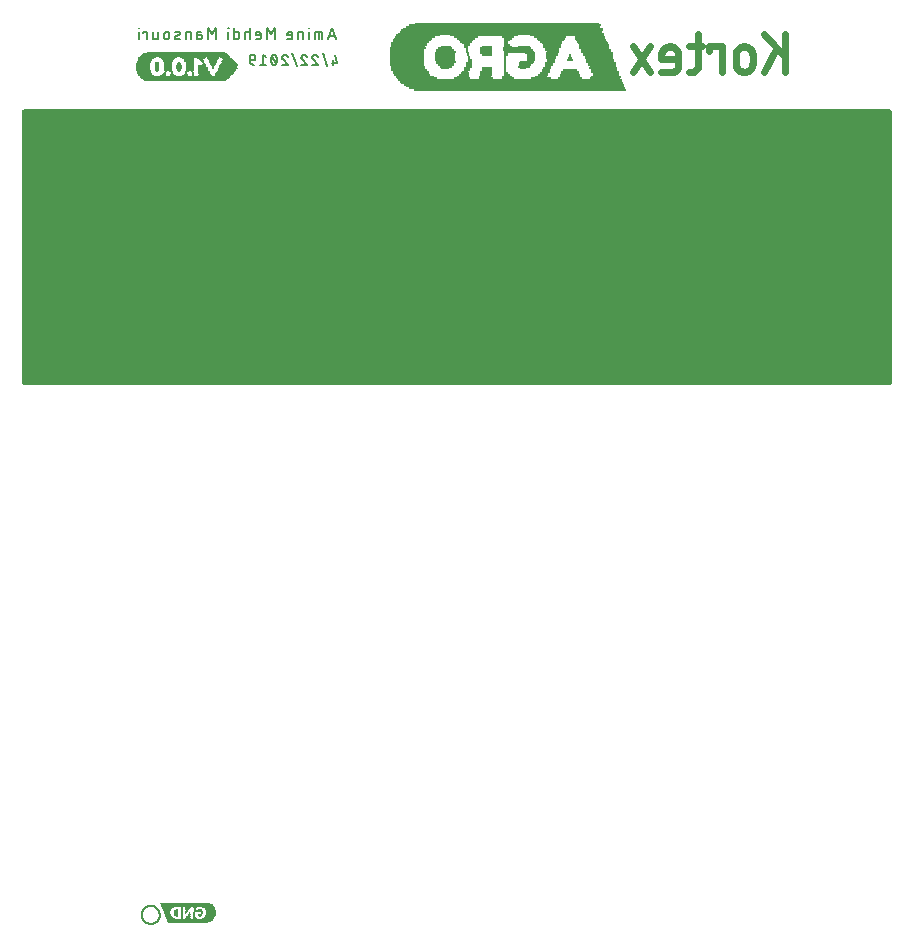
<source format=gbr>
G04 EAGLE Gerber RS-274X export*
G75*
%MOMM*%
%FSLAX34Y34*%
%LPD*%
%INSilkscreen Bottom*%
%IPPOS*%
%AMOC8*
5,1,8,0,0,1.08239X$1,22.5*%
G01*
%ADD10C,0.584200*%
%ADD11C,0.177800*%
%ADD12C,0.152400*%
%ADD13C,0.127000*%
%ADD14R,4.080000X0.040000*%
%ADD15R,4.200000X0.040000*%
%ADD16R,4.240000X0.040000*%
%ADD17R,4.320000X0.040000*%
%ADD18R,4.360000X0.040000*%
%ADD19R,4.400000X0.040000*%
%ADD20R,1.080000X0.040000*%
%ADD21R,3.080000X0.040000*%
%ADD22R,1.040000X0.040000*%
%ADD23R,0.320000X0.040000*%
%ADD24R,0.480000X0.040000*%
%ADD25R,0.160000X0.040000*%
%ADD26R,0.960000X0.040000*%
%ADD27R,0.200000X0.040000*%
%ADD28R,0.400000X0.040000*%
%ADD29R,0.120000X0.040000*%
%ADD30R,0.920000X0.040000*%
%ADD31R,0.360000X0.040000*%
%ADD32R,0.880000X0.040000*%
%ADD33R,0.840000X0.040000*%
%ADD34R,0.760000X0.040000*%
%ADD35R,0.280000X0.040000*%
%ADD36R,0.720000X0.040000*%
%ADD37R,0.240000X0.040000*%
%ADD38R,0.640000X0.040000*%
%ADD39R,0.600000X0.040000*%
%ADD40R,0.560000X0.040000*%
%ADD41R,0.520000X0.040000*%
%ADD42R,0.040000X0.040000*%
%ADD43R,0.080000X0.040000*%
%ADD44R,1.000000X0.040000*%
%ADD45R,0.440000X0.040000*%
%ADD46R,3.960000X0.040000*%
%ADD47R,3.880000X0.040000*%
%ADD48R,3.840000X0.040000*%
%ADD49R,3.800000X0.040000*%
%ADD50R,3.680000X0.040000*%
%ADD51R,3.600000X0.040000*%
%ADD52R,3.440000X0.040000*%
%ADD53R,6.660000X0.060000*%
%ADD54R,6.900000X0.060000*%
%ADD55R,7.140000X0.060000*%
%ADD56R,7.320000X0.060000*%
%ADD57R,7.440000X0.060000*%
%ADD58R,7.560000X0.060000*%
%ADD59R,7.680000X0.060000*%
%ADD60R,0.900000X0.060000*%
%ADD61R,1.080000X0.060000*%
%ADD62R,2.160000X0.060000*%
%ADD63R,1.560000X0.060000*%
%ADD64R,1.440000X0.060000*%
%ADD65R,0.840000X0.060000*%
%ADD66R,0.960000X0.060000*%
%ADD67R,0.600000X0.060000*%
%ADD68R,1.260000X0.060000*%
%ADD69R,1.380000X0.060000*%
%ADD70R,0.480000X0.060000*%
%ADD71R,0.420000X0.060000*%
%ADD72R,0.720000X0.060000*%
%ADD73R,0.300000X0.060000*%
%ADD74R,0.780000X0.060000*%
%ADD75R,1.020000X0.060000*%
%ADD76R,0.240000X0.060000*%
%ADD77R,1.140000X0.060000*%
%ADD78R,0.660000X0.060000*%
%ADD79R,1.200000X0.060000*%
%ADD80R,0.180000X0.060000*%
%ADD81R,0.540000X0.060000*%
%ADD82R,0.360000X0.060000*%
%ADD83R,1.320000X0.060000*%
%ADD84R,0.060000X0.060000*%
%ADD85R,1.500000X0.060000*%
%ADD86R,0.120000X0.060000*%
%ADD87R,1.620000X0.060000*%
%ADD88R,15.680000X0.140000*%
%ADD89R,16.240000X0.140000*%
%ADD90R,16.520000X0.140000*%
%ADD91R,16.940000X0.140000*%
%ADD92R,17.080000X0.140000*%
%ADD93R,17.220000X0.140000*%
%ADD94R,17.500000X0.140000*%
%ADD95R,6.300000X0.140000*%
%ADD96R,5.740000X0.140000*%
%ADD97R,3.780000X0.140000*%
%ADD98R,2.660000X0.140000*%
%ADD99R,2.800000X0.140000*%
%ADD100R,0.980000X0.140000*%
%ADD101R,2.100000X0.140000*%
%ADD102R,3.500000X0.140000*%
%ADD103R,2.380000X0.140000*%
%ADD104R,0.700000X0.140000*%
%ADD105R,1.540000X0.140000*%
%ADD106R,3.220000X0.140000*%
%ADD107R,2.520000X0.140000*%
%ADD108R,2.240000X0.140000*%
%ADD109R,0.560000X0.140000*%
%ADD110R,1.260000X0.140000*%
%ADD111R,1.960000X0.140000*%
%ADD112R,0.420000X0.140000*%
%ADD113R,3.080000X0.140000*%
%ADD114R,1.820000X0.140000*%
%ADD115R,0.840000X0.140000*%
%ADD116R,2.940000X0.140000*%
%ADD117R,0.280000X0.140000*%
%ADD118R,1.120000X0.140000*%
%ADD119R,1.680000X0.140000*%
%ADD120R,0.140000X0.140000*%
%ADD121R,1.400000X0.140000*%
%ADD122R,19.040000X0.140000*%
%ADD123R,18.900000X0.140000*%
%ADD124R,18.760000X0.140000*%
%ADD125R,18.620000X0.140000*%
%ADD126R,18.480000X0.140000*%
%ADD127R,18.340000X0.140000*%
%ADD128R,17.920000X0.140000*%

G36*
X734095Y497844D02*
X734095Y497844D01*
X734129Y497842D01*
X734318Y497864D01*
X734509Y497881D01*
X734542Y497890D01*
X734576Y497894D01*
X734759Y497949D01*
X734943Y497999D01*
X734974Y498014D01*
X735007Y498024D01*
X735178Y498111D01*
X735350Y498193D01*
X735378Y498213D01*
X735409Y498228D01*
X735561Y498344D01*
X735716Y498455D01*
X735740Y498480D01*
X735767Y498500D01*
X735896Y498641D01*
X736030Y498777D01*
X736049Y498806D01*
X736073Y498832D01*
X736175Y498993D01*
X736282Y499150D01*
X736296Y499182D01*
X736314Y499211D01*
X736387Y499388D01*
X736464Y499562D01*
X736472Y499596D01*
X736485Y499628D01*
X736525Y499815D01*
X736571Y500000D01*
X736573Y500034D01*
X736580Y500068D01*
X736599Y500380D01*
X736599Y728980D01*
X736596Y729015D01*
X736598Y729049D01*
X736576Y729238D01*
X736559Y729429D01*
X736550Y729462D01*
X736546Y729496D01*
X736491Y729679D01*
X736441Y729863D01*
X736426Y729894D01*
X736416Y729927D01*
X736329Y730098D01*
X736247Y730270D01*
X736227Y730298D01*
X736212Y730329D01*
X736096Y730481D01*
X735985Y730636D01*
X735960Y730660D01*
X735940Y730687D01*
X735800Y730816D01*
X735663Y730950D01*
X735634Y730969D01*
X735608Y730993D01*
X735447Y731095D01*
X735290Y731202D01*
X735258Y731216D01*
X735229Y731234D01*
X735052Y731307D01*
X734878Y731384D01*
X734844Y731392D01*
X734812Y731405D01*
X734625Y731445D01*
X734440Y731491D01*
X734406Y731493D01*
X734372Y731500D01*
X734060Y731519D01*
X2540Y731519D01*
X2506Y731516D01*
X2471Y731518D01*
X2282Y731496D01*
X2092Y731479D01*
X2058Y731470D01*
X2024Y731466D01*
X1841Y731411D01*
X1657Y731361D01*
X1626Y731346D01*
X1593Y731336D01*
X1422Y731249D01*
X1251Y731167D01*
X1222Y731147D01*
X1191Y731132D01*
X1039Y731016D01*
X884Y730905D01*
X860Y730880D01*
X833Y730860D01*
X704Y730720D01*
X570Y730583D01*
X551Y730554D01*
X528Y730528D01*
X425Y730367D01*
X318Y730210D01*
X304Y730178D01*
X286Y730149D01*
X213Y729972D01*
X136Y729798D01*
X128Y729764D01*
X115Y729732D01*
X75Y729545D01*
X29Y729360D01*
X27Y729326D01*
X20Y729292D01*
X1Y728980D01*
X1Y500380D01*
X4Y500346D01*
X2Y500311D01*
X24Y500122D01*
X41Y499932D01*
X50Y499898D01*
X54Y499864D01*
X109Y499681D01*
X159Y499497D01*
X174Y499466D01*
X184Y499433D01*
X271Y499262D01*
X353Y499091D01*
X373Y499062D01*
X388Y499031D01*
X504Y498879D01*
X615Y498724D01*
X640Y498700D01*
X660Y498673D01*
X801Y498544D01*
X937Y498410D01*
X966Y498391D01*
X992Y498368D01*
X1153Y498265D01*
X1310Y498158D01*
X1342Y498144D01*
X1371Y498126D01*
X1548Y498053D01*
X1722Y497976D01*
X1756Y497968D01*
X1788Y497955D01*
X1975Y497915D01*
X2160Y497869D01*
X2194Y497867D01*
X2228Y497860D01*
X2540Y497841D01*
X734060Y497841D01*
X734095Y497844D01*
G37*
D10*
X646049Y763143D02*
X646049Y795401D01*
X628128Y795401D02*
X646049Y775688D01*
X638881Y782856D02*
X628128Y763143D01*
X618728Y770311D02*
X618728Y777480D01*
X618727Y777480D02*
X618725Y777655D01*
X618718Y777829D01*
X618708Y778003D01*
X618693Y778177D01*
X618674Y778351D01*
X618651Y778524D01*
X618623Y778696D01*
X618591Y778868D01*
X618556Y779039D01*
X618515Y779208D01*
X618471Y779377D01*
X618423Y779545D01*
X618371Y779712D01*
X618314Y779877D01*
X618254Y780041D01*
X618190Y780203D01*
X618121Y780364D01*
X618049Y780523D01*
X617973Y780680D01*
X617893Y780835D01*
X617810Y780988D01*
X617723Y781139D01*
X617632Y781288D01*
X617537Y781435D01*
X617439Y781579D01*
X617337Y781721D01*
X617232Y781861D01*
X617124Y781998D01*
X617012Y782132D01*
X616898Y782263D01*
X616779Y782392D01*
X616658Y782518D01*
X616534Y782640D01*
X616407Y782760D01*
X616277Y782876D01*
X616144Y782990D01*
X616009Y783100D01*
X615870Y783206D01*
X615730Y783310D01*
X615587Y783409D01*
X615441Y783506D01*
X615293Y783599D01*
X615143Y783688D01*
X614991Y783773D01*
X614837Y783855D01*
X614680Y783933D01*
X614522Y784007D01*
X614362Y784077D01*
X614201Y784143D01*
X614038Y784206D01*
X613873Y784264D01*
X613708Y784318D01*
X613540Y784369D01*
X613372Y784415D01*
X613203Y784457D01*
X613032Y784495D01*
X612861Y784529D01*
X612689Y784558D01*
X612516Y784584D01*
X612343Y784605D01*
X612169Y784622D01*
X611995Y784635D01*
X611821Y784643D01*
X611646Y784647D01*
X611472Y784647D01*
X611297Y784643D01*
X611123Y784635D01*
X610949Y784622D01*
X610775Y784605D01*
X610602Y784584D01*
X610429Y784558D01*
X610257Y784529D01*
X610086Y784495D01*
X609915Y784457D01*
X609746Y784415D01*
X609578Y784369D01*
X609410Y784318D01*
X609245Y784264D01*
X609080Y784206D01*
X608917Y784143D01*
X608756Y784077D01*
X608596Y784007D01*
X608438Y783933D01*
X608281Y783855D01*
X608127Y783773D01*
X607975Y783688D01*
X607825Y783599D01*
X607677Y783506D01*
X607531Y783409D01*
X607388Y783310D01*
X607248Y783206D01*
X607109Y783100D01*
X606974Y782990D01*
X606841Y782876D01*
X606711Y782760D01*
X606584Y782640D01*
X606460Y782518D01*
X606339Y782392D01*
X606220Y782263D01*
X606106Y782132D01*
X605994Y781998D01*
X605886Y781861D01*
X605781Y781721D01*
X605679Y781579D01*
X605581Y781435D01*
X605486Y781288D01*
X605395Y781139D01*
X605308Y780988D01*
X605225Y780835D01*
X605145Y780680D01*
X605069Y780523D01*
X604997Y780364D01*
X604928Y780203D01*
X604864Y780041D01*
X604804Y779877D01*
X604747Y779712D01*
X604695Y779545D01*
X604647Y779377D01*
X604603Y779208D01*
X604562Y779039D01*
X604527Y778868D01*
X604495Y778696D01*
X604467Y778524D01*
X604444Y778351D01*
X604425Y778177D01*
X604410Y778003D01*
X604400Y777829D01*
X604393Y777655D01*
X604391Y777480D01*
X604391Y770311D01*
X604393Y770136D01*
X604400Y769962D01*
X604410Y769788D01*
X604425Y769614D01*
X604444Y769440D01*
X604467Y769267D01*
X604495Y769095D01*
X604527Y768923D01*
X604562Y768752D01*
X604603Y768583D01*
X604647Y768414D01*
X604695Y768246D01*
X604747Y768079D01*
X604804Y767914D01*
X604864Y767750D01*
X604928Y767588D01*
X604997Y767427D01*
X605069Y767268D01*
X605145Y767111D01*
X605225Y766956D01*
X605308Y766803D01*
X605395Y766652D01*
X605486Y766503D01*
X605581Y766356D01*
X605679Y766212D01*
X605781Y766070D01*
X605886Y765930D01*
X605994Y765793D01*
X606106Y765659D01*
X606220Y765528D01*
X606339Y765399D01*
X606460Y765273D01*
X606584Y765151D01*
X606711Y765031D01*
X606841Y764915D01*
X606974Y764801D01*
X607109Y764691D01*
X607248Y764585D01*
X607388Y764481D01*
X607531Y764382D01*
X607677Y764285D01*
X607825Y764192D01*
X607975Y764103D01*
X608127Y764018D01*
X608281Y763936D01*
X608438Y763858D01*
X608596Y763784D01*
X608756Y763714D01*
X608917Y763648D01*
X609080Y763585D01*
X609245Y763527D01*
X609410Y763473D01*
X609578Y763422D01*
X609746Y763376D01*
X609915Y763334D01*
X610086Y763296D01*
X610257Y763262D01*
X610429Y763233D01*
X610602Y763207D01*
X610775Y763186D01*
X610949Y763169D01*
X611123Y763156D01*
X611297Y763148D01*
X611472Y763144D01*
X611646Y763144D01*
X611821Y763148D01*
X611995Y763156D01*
X612169Y763169D01*
X612343Y763186D01*
X612516Y763207D01*
X612689Y763233D01*
X612861Y763262D01*
X613032Y763296D01*
X613203Y763334D01*
X613372Y763376D01*
X613540Y763422D01*
X613708Y763473D01*
X613873Y763527D01*
X614038Y763585D01*
X614201Y763648D01*
X614362Y763714D01*
X614522Y763784D01*
X614680Y763858D01*
X614837Y763936D01*
X614991Y764018D01*
X615143Y764103D01*
X615293Y764192D01*
X615441Y764285D01*
X615587Y764382D01*
X615730Y764481D01*
X615870Y764585D01*
X616009Y764691D01*
X616144Y764801D01*
X616277Y764915D01*
X616407Y765031D01*
X616534Y765151D01*
X616658Y765273D01*
X616779Y765399D01*
X616898Y765528D01*
X617012Y765659D01*
X617124Y765793D01*
X617232Y765930D01*
X617337Y766070D01*
X617439Y766212D01*
X617537Y766356D01*
X617632Y766503D01*
X617723Y766652D01*
X617810Y766803D01*
X617893Y766956D01*
X617973Y767111D01*
X618049Y767268D01*
X618121Y767427D01*
X618190Y767588D01*
X618254Y767750D01*
X618314Y767914D01*
X618371Y768079D01*
X618423Y768246D01*
X618471Y768414D01*
X618515Y768583D01*
X618556Y768752D01*
X618591Y768923D01*
X618623Y769095D01*
X618651Y769267D01*
X618674Y769440D01*
X618693Y769614D01*
X618708Y769788D01*
X618718Y769962D01*
X618725Y770136D01*
X618727Y770311D01*
X592920Y763143D02*
X592920Y784648D01*
X582167Y784648D01*
X582167Y781064D01*
X576091Y784648D02*
X565338Y784648D01*
X572507Y795401D02*
X572507Y768519D01*
X572506Y768519D02*
X572504Y768373D01*
X572498Y768228D01*
X572488Y768083D01*
X572474Y767938D01*
X572457Y767793D01*
X572435Y767649D01*
X572410Y767506D01*
X572380Y767363D01*
X572347Y767222D01*
X572310Y767081D01*
X572269Y766941D01*
X572225Y766802D01*
X572176Y766665D01*
X572124Y766529D01*
X572068Y766395D01*
X572009Y766262D01*
X571946Y766130D01*
X571880Y766001D01*
X571810Y765873D01*
X571736Y765747D01*
X571660Y765624D01*
X571580Y765502D01*
X571496Y765383D01*
X571410Y765266D01*
X571320Y765151D01*
X571227Y765039D01*
X571132Y764929D01*
X571033Y764822D01*
X570931Y764718D01*
X570827Y764616D01*
X570720Y764517D01*
X570610Y764422D01*
X570498Y764329D01*
X570383Y764239D01*
X570266Y764153D01*
X570147Y764069D01*
X570025Y763989D01*
X569902Y763913D01*
X569776Y763839D01*
X569648Y763769D01*
X569519Y763703D01*
X569387Y763640D01*
X569254Y763581D01*
X569120Y763525D01*
X568984Y763473D01*
X568847Y763424D01*
X568708Y763380D01*
X568568Y763339D01*
X568427Y763302D01*
X568286Y763269D01*
X568143Y763239D01*
X568000Y763214D01*
X567856Y763192D01*
X567711Y763175D01*
X567566Y763161D01*
X567421Y763151D01*
X567276Y763145D01*
X567130Y763143D01*
X565338Y763143D01*
X550486Y763143D02*
X541526Y763143D01*
X550486Y763143D02*
X550632Y763145D01*
X550777Y763151D01*
X550922Y763161D01*
X551067Y763175D01*
X551212Y763192D01*
X551356Y763214D01*
X551499Y763239D01*
X551642Y763269D01*
X551783Y763302D01*
X551924Y763339D01*
X552064Y763380D01*
X552203Y763424D01*
X552340Y763473D01*
X552476Y763525D01*
X552610Y763581D01*
X552743Y763640D01*
X552875Y763703D01*
X553004Y763769D01*
X553132Y763839D01*
X553258Y763913D01*
X553381Y763989D01*
X553503Y764069D01*
X553622Y764153D01*
X553739Y764239D01*
X553854Y764329D01*
X553966Y764422D01*
X554076Y764517D01*
X554183Y764616D01*
X554287Y764718D01*
X554389Y764822D01*
X554488Y764929D01*
X554583Y765039D01*
X554676Y765151D01*
X554766Y765266D01*
X554852Y765383D01*
X554936Y765502D01*
X555016Y765624D01*
X555092Y765747D01*
X555166Y765873D01*
X555236Y766001D01*
X555302Y766130D01*
X555365Y766262D01*
X555424Y766395D01*
X555480Y766529D01*
X555532Y766665D01*
X555581Y766802D01*
X555625Y766941D01*
X555666Y767081D01*
X555703Y767222D01*
X555736Y767363D01*
X555766Y767506D01*
X555791Y767649D01*
X555813Y767793D01*
X555830Y767938D01*
X555844Y768083D01*
X555854Y768228D01*
X555860Y768373D01*
X555862Y768519D01*
X555863Y768519D02*
X555863Y777480D01*
X555862Y777480D02*
X555860Y777655D01*
X555853Y777829D01*
X555843Y778003D01*
X555828Y778177D01*
X555809Y778351D01*
X555786Y778524D01*
X555758Y778696D01*
X555726Y778868D01*
X555691Y779039D01*
X555650Y779208D01*
X555606Y779377D01*
X555558Y779545D01*
X555506Y779712D01*
X555449Y779877D01*
X555389Y780041D01*
X555325Y780203D01*
X555256Y780364D01*
X555184Y780523D01*
X555108Y780680D01*
X555028Y780835D01*
X554945Y780988D01*
X554858Y781139D01*
X554767Y781288D01*
X554672Y781435D01*
X554574Y781579D01*
X554472Y781721D01*
X554367Y781861D01*
X554259Y781998D01*
X554147Y782132D01*
X554033Y782263D01*
X553914Y782392D01*
X553793Y782518D01*
X553669Y782640D01*
X553542Y782760D01*
X553412Y782876D01*
X553279Y782990D01*
X553144Y783100D01*
X553005Y783206D01*
X552865Y783310D01*
X552722Y783409D01*
X552576Y783506D01*
X552428Y783599D01*
X552278Y783688D01*
X552126Y783773D01*
X551972Y783855D01*
X551815Y783933D01*
X551657Y784007D01*
X551497Y784077D01*
X551336Y784143D01*
X551173Y784206D01*
X551008Y784264D01*
X550843Y784318D01*
X550675Y784369D01*
X550507Y784415D01*
X550338Y784457D01*
X550167Y784495D01*
X549996Y784529D01*
X549824Y784558D01*
X549651Y784584D01*
X549478Y784605D01*
X549304Y784622D01*
X549130Y784635D01*
X548956Y784643D01*
X548781Y784647D01*
X548607Y784647D01*
X548432Y784643D01*
X548258Y784635D01*
X548084Y784622D01*
X547910Y784605D01*
X547737Y784584D01*
X547564Y784558D01*
X547392Y784529D01*
X547221Y784495D01*
X547050Y784457D01*
X546881Y784415D01*
X546713Y784369D01*
X546545Y784318D01*
X546380Y784264D01*
X546215Y784206D01*
X546052Y784143D01*
X545891Y784077D01*
X545731Y784007D01*
X545573Y783933D01*
X545416Y783855D01*
X545262Y783773D01*
X545110Y783688D01*
X544960Y783599D01*
X544812Y783506D01*
X544666Y783409D01*
X544523Y783310D01*
X544383Y783206D01*
X544244Y783100D01*
X544109Y782990D01*
X543976Y782876D01*
X543846Y782760D01*
X543719Y782640D01*
X543595Y782518D01*
X543474Y782392D01*
X543355Y782263D01*
X543241Y782132D01*
X543129Y781998D01*
X543021Y781861D01*
X542916Y781721D01*
X542814Y781579D01*
X542716Y781435D01*
X542621Y781288D01*
X542530Y781139D01*
X542443Y780988D01*
X542360Y780835D01*
X542280Y780680D01*
X542204Y780523D01*
X542132Y780364D01*
X542063Y780203D01*
X541999Y780041D01*
X541939Y779877D01*
X541882Y779712D01*
X541830Y779545D01*
X541782Y779377D01*
X541738Y779208D01*
X541697Y779039D01*
X541662Y778868D01*
X541630Y778696D01*
X541602Y778524D01*
X541579Y778351D01*
X541560Y778177D01*
X541545Y778003D01*
X541535Y777829D01*
X541528Y777655D01*
X541526Y777480D01*
X541526Y773896D01*
X555863Y773896D01*
X532050Y763143D02*
X517713Y784648D01*
X532050Y784648D02*
X517713Y763143D01*
D11*
X265811Y790829D02*
X262594Y800481D01*
X259376Y790829D01*
X260181Y793242D02*
X265007Y793242D01*
X254495Y790829D02*
X254495Y797264D01*
X249669Y797264D01*
X249590Y797262D01*
X249511Y797256D01*
X249433Y797247D01*
X249355Y797233D01*
X249278Y797216D01*
X249202Y797195D01*
X249127Y797170D01*
X249053Y797142D01*
X248981Y797110D01*
X248911Y797074D01*
X248842Y797035D01*
X248775Y796993D01*
X248711Y796947D01*
X248648Y796899D01*
X248588Y796847D01*
X248531Y796793D01*
X248477Y796736D01*
X248425Y796676D01*
X248377Y796613D01*
X248331Y796549D01*
X248289Y796482D01*
X248250Y796413D01*
X248214Y796343D01*
X248182Y796271D01*
X248154Y796197D01*
X248129Y796122D01*
X248108Y796046D01*
X248091Y795969D01*
X248077Y795891D01*
X248068Y795813D01*
X248062Y795734D01*
X248060Y795655D01*
X248061Y795655D02*
X248061Y790829D01*
X251278Y790829D02*
X251278Y797264D01*
X243048Y797264D02*
X243048Y790829D01*
X243317Y799945D02*
X243317Y800481D01*
X242780Y800481D01*
X242780Y799945D01*
X243317Y799945D01*
X238335Y797264D02*
X238335Y790829D01*
X238335Y797264D02*
X235654Y797264D01*
X235575Y797262D01*
X235496Y797256D01*
X235418Y797247D01*
X235340Y797233D01*
X235263Y797216D01*
X235187Y797195D01*
X235112Y797170D01*
X235038Y797142D01*
X234966Y797110D01*
X234896Y797074D01*
X234827Y797035D01*
X234760Y796993D01*
X234696Y796947D01*
X234633Y796899D01*
X234573Y796847D01*
X234516Y796793D01*
X234462Y796736D01*
X234410Y796676D01*
X234362Y796613D01*
X234316Y796549D01*
X234274Y796482D01*
X234235Y796413D01*
X234199Y796343D01*
X234167Y796271D01*
X234139Y796197D01*
X234114Y796122D01*
X234093Y796046D01*
X234076Y795969D01*
X234062Y795891D01*
X234053Y795813D01*
X234047Y795734D01*
X234045Y795655D01*
X234046Y795655D02*
X234046Y790829D01*
X227468Y790829D02*
X224787Y790829D01*
X227468Y790829D02*
X227547Y790831D01*
X227626Y790837D01*
X227704Y790846D01*
X227782Y790860D01*
X227859Y790877D01*
X227935Y790898D01*
X228010Y790923D01*
X228084Y790951D01*
X228156Y790983D01*
X228226Y791019D01*
X228295Y791058D01*
X228362Y791100D01*
X228426Y791146D01*
X228489Y791194D01*
X228549Y791246D01*
X228606Y791300D01*
X228660Y791357D01*
X228712Y791417D01*
X228760Y791480D01*
X228806Y791544D01*
X228848Y791611D01*
X228887Y791680D01*
X228923Y791750D01*
X228955Y791822D01*
X228983Y791896D01*
X229008Y791971D01*
X229029Y792047D01*
X229046Y792124D01*
X229060Y792202D01*
X229069Y792280D01*
X229075Y792359D01*
X229077Y792438D01*
X229077Y795119D01*
X229075Y795210D01*
X229069Y795301D01*
X229060Y795391D01*
X229046Y795482D01*
X229029Y795571D01*
X229008Y795659D01*
X228983Y795747D01*
X228954Y795834D01*
X228922Y795919D01*
X228887Y796003D01*
X228847Y796085D01*
X228805Y796165D01*
X228759Y796244D01*
X228709Y796320D01*
X228657Y796394D01*
X228601Y796467D01*
X228542Y796536D01*
X228481Y796603D01*
X228416Y796668D01*
X228349Y796729D01*
X228280Y796788D01*
X228207Y796844D01*
X228133Y796896D01*
X228057Y796946D01*
X227978Y796992D01*
X227898Y797034D01*
X227816Y797074D01*
X227732Y797109D01*
X227647Y797141D01*
X227560Y797170D01*
X227472Y797195D01*
X227384Y797216D01*
X227295Y797233D01*
X227204Y797247D01*
X227114Y797256D01*
X227023Y797262D01*
X226932Y797264D01*
X226841Y797262D01*
X226750Y797256D01*
X226660Y797247D01*
X226569Y797233D01*
X226480Y797216D01*
X226392Y797195D01*
X226304Y797170D01*
X226217Y797141D01*
X226132Y797109D01*
X226048Y797074D01*
X225966Y797034D01*
X225886Y796992D01*
X225807Y796946D01*
X225731Y796896D01*
X225657Y796844D01*
X225584Y796788D01*
X225515Y796729D01*
X225448Y796668D01*
X225383Y796603D01*
X225322Y796536D01*
X225263Y796467D01*
X225207Y796394D01*
X225155Y796320D01*
X225105Y796244D01*
X225059Y796165D01*
X225017Y796085D01*
X224977Y796003D01*
X224942Y795919D01*
X224910Y795834D01*
X224881Y795747D01*
X224856Y795659D01*
X224835Y795571D01*
X224818Y795482D01*
X224804Y795391D01*
X224795Y795301D01*
X224789Y795210D01*
X224787Y795119D01*
X224787Y794046D01*
X229077Y794046D01*
X214033Y790829D02*
X214033Y800481D01*
X210816Y795119D01*
X207599Y800481D01*
X207599Y790829D01*
X200722Y790829D02*
X198041Y790829D01*
X200722Y790829D02*
X200801Y790831D01*
X200880Y790837D01*
X200958Y790846D01*
X201036Y790860D01*
X201113Y790877D01*
X201189Y790898D01*
X201264Y790923D01*
X201338Y790951D01*
X201410Y790983D01*
X201480Y791019D01*
X201549Y791058D01*
X201616Y791100D01*
X201680Y791146D01*
X201743Y791194D01*
X201803Y791246D01*
X201860Y791300D01*
X201914Y791357D01*
X201966Y791417D01*
X202014Y791480D01*
X202060Y791544D01*
X202102Y791611D01*
X202141Y791680D01*
X202177Y791750D01*
X202209Y791822D01*
X202237Y791896D01*
X202262Y791971D01*
X202283Y792047D01*
X202300Y792124D01*
X202314Y792202D01*
X202323Y792280D01*
X202329Y792359D01*
X202331Y792438D01*
X202331Y795119D01*
X202329Y795210D01*
X202323Y795301D01*
X202314Y795391D01*
X202300Y795482D01*
X202283Y795571D01*
X202262Y795659D01*
X202237Y795747D01*
X202208Y795834D01*
X202176Y795919D01*
X202141Y796003D01*
X202101Y796085D01*
X202059Y796165D01*
X202013Y796244D01*
X201963Y796320D01*
X201911Y796394D01*
X201855Y796467D01*
X201796Y796536D01*
X201735Y796603D01*
X201670Y796668D01*
X201603Y796729D01*
X201534Y796788D01*
X201461Y796844D01*
X201387Y796896D01*
X201311Y796946D01*
X201232Y796992D01*
X201152Y797034D01*
X201070Y797074D01*
X200986Y797109D01*
X200901Y797141D01*
X200814Y797170D01*
X200726Y797195D01*
X200638Y797216D01*
X200549Y797233D01*
X200458Y797247D01*
X200368Y797256D01*
X200277Y797262D01*
X200186Y797264D01*
X200095Y797262D01*
X200004Y797256D01*
X199914Y797247D01*
X199823Y797233D01*
X199734Y797216D01*
X199646Y797195D01*
X199558Y797170D01*
X199471Y797141D01*
X199386Y797109D01*
X199302Y797074D01*
X199220Y797034D01*
X199140Y796992D01*
X199061Y796946D01*
X198985Y796896D01*
X198911Y796844D01*
X198838Y796788D01*
X198769Y796729D01*
X198702Y796668D01*
X198637Y796603D01*
X198576Y796536D01*
X198517Y796467D01*
X198461Y796394D01*
X198409Y796320D01*
X198359Y796244D01*
X198313Y796165D01*
X198271Y796085D01*
X198231Y796003D01*
X198196Y795919D01*
X198164Y795834D01*
X198135Y795747D01*
X198110Y795659D01*
X198089Y795571D01*
X198072Y795482D01*
X198058Y795391D01*
X198049Y795301D01*
X198043Y795210D01*
X198041Y795119D01*
X198041Y794046D01*
X202331Y794046D01*
X193073Y790829D02*
X193073Y800481D01*
X193073Y797264D02*
X190392Y797264D01*
X190313Y797262D01*
X190234Y797256D01*
X190156Y797247D01*
X190078Y797233D01*
X190001Y797216D01*
X189925Y797195D01*
X189850Y797170D01*
X189776Y797142D01*
X189704Y797110D01*
X189634Y797074D01*
X189565Y797035D01*
X189498Y796993D01*
X189434Y796947D01*
X189371Y796899D01*
X189311Y796847D01*
X189254Y796793D01*
X189200Y796736D01*
X189148Y796676D01*
X189100Y796613D01*
X189054Y796549D01*
X189012Y796482D01*
X188973Y796413D01*
X188937Y796343D01*
X188905Y796271D01*
X188877Y796197D01*
X188852Y796122D01*
X188831Y796046D01*
X188814Y795969D01*
X188800Y795891D01*
X188791Y795813D01*
X188785Y795734D01*
X188783Y795655D01*
X188783Y790829D01*
X179603Y790829D02*
X179603Y800481D01*
X179603Y790829D02*
X182284Y790829D01*
X182363Y790831D01*
X182442Y790837D01*
X182520Y790846D01*
X182598Y790860D01*
X182675Y790877D01*
X182751Y790898D01*
X182826Y790923D01*
X182900Y790951D01*
X182972Y790983D01*
X183042Y791019D01*
X183111Y791058D01*
X183178Y791100D01*
X183242Y791146D01*
X183305Y791194D01*
X183365Y791246D01*
X183422Y791300D01*
X183476Y791357D01*
X183528Y791417D01*
X183576Y791480D01*
X183622Y791544D01*
X183664Y791611D01*
X183703Y791680D01*
X183739Y791750D01*
X183771Y791822D01*
X183799Y791896D01*
X183824Y791971D01*
X183845Y792047D01*
X183862Y792124D01*
X183876Y792202D01*
X183885Y792280D01*
X183891Y792359D01*
X183893Y792438D01*
X183893Y795655D01*
X183891Y795734D01*
X183885Y795813D01*
X183876Y795891D01*
X183862Y795969D01*
X183845Y796046D01*
X183824Y796122D01*
X183799Y796197D01*
X183771Y796271D01*
X183739Y796343D01*
X183703Y796413D01*
X183664Y796482D01*
X183622Y796549D01*
X183576Y796613D01*
X183528Y796676D01*
X183476Y796736D01*
X183422Y796793D01*
X183365Y796847D01*
X183305Y796899D01*
X183242Y796947D01*
X183178Y796993D01*
X183111Y797035D01*
X183042Y797074D01*
X182972Y797110D01*
X182900Y797142D01*
X182826Y797170D01*
X182751Y797195D01*
X182675Y797216D01*
X182598Y797233D01*
X182520Y797247D01*
X182442Y797256D01*
X182363Y797262D01*
X182284Y797264D01*
X179603Y797264D01*
X174812Y797264D02*
X174812Y790829D01*
X175080Y799945D02*
X175080Y800481D01*
X174544Y800481D01*
X174544Y799945D01*
X175080Y799945D01*
X164313Y800481D02*
X164313Y790829D01*
X161096Y795119D02*
X164313Y800481D01*
X161096Y795119D02*
X157878Y800481D01*
X157878Y790829D01*
X150812Y794583D02*
X148399Y794583D01*
X150812Y794583D02*
X150897Y794581D01*
X150983Y794575D01*
X151068Y794566D01*
X151152Y794552D01*
X151236Y794535D01*
X151318Y794513D01*
X151400Y794488D01*
X151481Y794460D01*
X151560Y794428D01*
X151637Y794392D01*
X151713Y794352D01*
X151787Y794310D01*
X151859Y794264D01*
X151929Y794214D01*
X151997Y794162D01*
X152062Y794107D01*
X152124Y794048D01*
X152184Y793987D01*
X152241Y793923D01*
X152295Y793857D01*
X152345Y793788D01*
X152393Y793718D01*
X152438Y793645D01*
X152479Y793570D01*
X152516Y793493D01*
X152550Y793414D01*
X152581Y793335D01*
X152607Y793253D01*
X152630Y793171D01*
X152650Y793088D01*
X152665Y793004D01*
X152677Y792919D01*
X152685Y792834D01*
X152689Y792749D01*
X152689Y792663D01*
X152685Y792578D01*
X152677Y792493D01*
X152665Y792408D01*
X152650Y792324D01*
X152630Y792241D01*
X152607Y792159D01*
X152581Y792077D01*
X152550Y791998D01*
X152516Y791919D01*
X152479Y791842D01*
X152438Y791768D01*
X152393Y791694D01*
X152345Y791624D01*
X152295Y791555D01*
X152241Y791489D01*
X152184Y791425D01*
X152124Y791364D01*
X152062Y791305D01*
X151997Y791250D01*
X151929Y791198D01*
X151859Y791148D01*
X151787Y791102D01*
X151713Y791060D01*
X151637Y791020D01*
X151560Y790984D01*
X151481Y790952D01*
X151400Y790924D01*
X151318Y790899D01*
X151236Y790877D01*
X151152Y790860D01*
X151068Y790846D01*
X150983Y790837D01*
X150897Y790831D01*
X150812Y790829D01*
X148399Y790829D01*
X148399Y795655D01*
X148401Y795734D01*
X148407Y795813D01*
X148416Y795891D01*
X148430Y795969D01*
X148447Y796046D01*
X148468Y796122D01*
X148493Y796197D01*
X148521Y796271D01*
X148553Y796343D01*
X148589Y796413D01*
X148628Y796482D01*
X148670Y796549D01*
X148716Y796613D01*
X148764Y796676D01*
X148816Y796736D01*
X148870Y796793D01*
X148927Y796847D01*
X148987Y796899D01*
X149050Y796947D01*
X149114Y796993D01*
X149181Y797035D01*
X149250Y797074D01*
X149320Y797110D01*
X149392Y797142D01*
X149466Y797170D01*
X149541Y797195D01*
X149617Y797216D01*
X149694Y797233D01*
X149772Y797247D01*
X149850Y797256D01*
X149929Y797262D01*
X150008Y797264D01*
X152153Y797264D01*
X143010Y797264D02*
X143010Y790829D01*
X143010Y797264D02*
X140329Y797264D01*
X140250Y797262D01*
X140171Y797256D01*
X140093Y797247D01*
X140015Y797233D01*
X139938Y797216D01*
X139862Y797195D01*
X139787Y797170D01*
X139713Y797142D01*
X139641Y797110D01*
X139571Y797074D01*
X139502Y797035D01*
X139435Y796993D01*
X139371Y796947D01*
X139308Y796899D01*
X139248Y796847D01*
X139191Y796793D01*
X139137Y796736D01*
X139085Y796676D01*
X139037Y796613D01*
X138991Y796549D01*
X138949Y796482D01*
X138910Y796413D01*
X138874Y796343D01*
X138842Y796271D01*
X138814Y796197D01*
X138789Y796122D01*
X138768Y796046D01*
X138751Y795969D01*
X138737Y795891D01*
X138728Y795813D01*
X138722Y795734D01*
X138720Y795655D01*
X138720Y790829D01*
X132947Y794583D02*
X130266Y793510D01*
X132947Y794582D02*
X133014Y794611D01*
X133079Y794643D01*
X133143Y794679D01*
X133204Y794718D01*
X133264Y794760D01*
X133321Y794805D01*
X133375Y794853D01*
X133428Y794904D01*
X133477Y794958D01*
X133523Y795014D01*
X133567Y795072D01*
X133607Y795132D01*
X133644Y795195D01*
X133678Y795259D01*
X133709Y795326D01*
X133736Y795393D01*
X133759Y795462D01*
X133779Y795532D01*
X133795Y795603D01*
X133807Y795675D01*
X133815Y795747D01*
X133820Y795820D01*
X133821Y795893D01*
X133818Y795965D01*
X133811Y796038D01*
X133801Y796110D01*
X133786Y796181D01*
X133768Y796252D01*
X133747Y796321D01*
X133721Y796389D01*
X133693Y796456D01*
X133660Y796522D01*
X133625Y796585D01*
X133586Y796646D01*
X133544Y796706D01*
X133499Y796763D01*
X133451Y796818D01*
X133400Y796870D01*
X133346Y796919D01*
X133290Y796966D01*
X133232Y797009D01*
X133171Y797049D01*
X133109Y797087D01*
X133044Y797120D01*
X132978Y797151D01*
X132911Y797178D01*
X132842Y797201D01*
X132772Y797221D01*
X132701Y797237D01*
X132629Y797249D01*
X132557Y797257D01*
X132484Y797262D01*
X132411Y797263D01*
X132265Y797260D01*
X132119Y797252D01*
X131972Y797241D01*
X131827Y797227D01*
X131681Y797209D01*
X131537Y797188D01*
X131392Y797163D01*
X131249Y797134D01*
X131106Y797103D01*
X130964Y797068D01*
X130822Y797029D01*
X130682Y796987D01*
X130543Y796942D01*
X130405Y796893D01*
X130268Y796841D01*
X130132Y796786D01*
X129998Y796727D01*
X130266Y793510D02*
X130199Y793481D01*
X130134Y793449D01*
X130070Y793413D01*
X130009Y793374D01*
X129949Y793332D01*
X129892Y793287D01*
X129838Y793239D01*
X129785Y793188D01*
X129736Y793134D01*
X129690Y793078D01*
X129646Y793020D01*
X129606Y792960D01*
X129569Y792897D01*
X129535Y792833D01*
X129504Y792766D01*
X129477Y792699D01*
X129454Y792630D01*
X129434Y792560D01*
X129418Y792489D01*
X129406Y792417D01*
X129398Y792345D01*
X129393Y792272D01*
X129392Y792199D01*
X129395Y792127D01*
X129402Y792054D01*
X129412Y791982D01*
X129427Y791911D01*
X129445Y791840D01*
X129466Y791771D01*
X129492Y791703D01*
X129520Y791636D01*
X129553Y791570D01*
X129588Y791507D01*
X129627Y791446D01*
X129669Y791386D01*
X129714Y791329D01*
X129762Y791274D01*
X129813Y791222D01*
X129867Y791173D01*
X129923Y791126D01*
X129981Y791083D01*
X130042Y791043D01*
X130104Y791005D01*
X130169Y790972D01*
X130235Y790941D01*
X130302Y790914D01*
X130371Y790891D01*
X130441Y790871D01*
X130512Y790855D01*
X130584Y790843D01*
X130656Y790835D01*
X130729Y790830D01*
X130802Y790829D01*
X130803Y790829D02*
X131018Y790835D01*
X131233Y790845D01*
X131447Y790861D01*
X131661Y790882D01*
X131875Y790908D01*
X132088Y790939D01*
X132300Y790975D01*
X132511Y791016D01*
X132721Y791062D01*
X132930Y791113D01*
X133138Y791168D01*
X133344Y791229D01*
X133549Y791295D01*
X133752Y791365D01*
X124836Y792974D02*
X124836Y795119D01*
X124834Y795210D01*
X124828Y795301D01*
X124819Y795391D01*
X124805Y795482D01*
X124788Y795571D01*
X124767Y795659D01*
X124742Y795747D01*
X124713Y795834D01*
X124681Y795919D01*
X124646Y796003D01*
X124606Y796085D01*
X124564Y796165D01*
X124518Y796244D01*
X124468Y796320D01*
X124416Y796394D01*
X124360Y796467D01*
X124301Y796536D01*
X124240Y796603D01*
X124175Y796668D01*
X124108Y796729D01*
X124039Y796788D01*
X123966Y796844D01*
X123892Y796896D01*
X123816Y796946D01*
X123737Y796992D01*
X123657Y797034D01*
X123575Y797074D01*
X123491Y797109D01*
X123406Y797141D01*
X123319Y797170D01*
X123231Y797195D01*
X123143Y797216D01*
X123054Y797233D01*
X122963Y797247D01*
X122873Y797256D01*
X122782Y797262D01*
X122691Y797264D01*
X122600Y797262D01*
X122509Y797256D01*
X122419Y797247D01*
X122328Y797233D01*
X122239Y797216D01*
X122151Y797195D01*
X122063Y797170D01*
X121976Y797141D01*
X121891Y797109D01*
X121807Y797074D01*
X121725Y797034D01*
X121645Y796992D01*
X121566Y796946D01*
X121490Y796896D01*
X121416Y796844D01*
X121343Y796788D01*
X121274Y796729D01*
X121207Y796668D01*
X121142Y796603D01*
X121081Y796536D01*
X121022Y796467D01*
X120966Y796394D01*
X120914Y796320D01*
X120864Y796244D01*
X120818Y796165D01*
X120776Y796085D01*
X120736Y796003D01*
X120701Y795919D01*
X120669Y795834D01*
X120640Y795747D01*
X120615Y795659D01*
X120594Y795571D01*
X120577Y795482D01*
X120563Y795391D01*
X120554Y795301D01*
X120548Y795210D01*
X120546Y795119D01*
X120546Y792974D01*
X120548Y792883D01*
X120554Y792792D01*
X120563Y792702D01*
X120577Y792611D01*
X120594Y792522D01*
X120615Y792434D01*
X120640Y792346D01*
X120669Y792259D01*
X120701Y792174D01*
X120736Y792090D01*
X120776Y792008D01*
X120818Y791928D01*
X120864Y791849D01*
X120914Y791773D01*
X120966Y791699D01*
X121022Y791626D01*
X121081Y791557D01*
X121142Y791490D01*
X121207Y791425D01*
X121274Y791364D01*
X121343Y791305D01*
X121416Y791249D01*
X121490Y791197D01*
X121566Y791147D01*
X121645Y791101D01*
X121725Y791059D01*
X121807Y791019D01*
X121891Y790984D01*
X121976Y790952D01*
X122063Y790923D01*
X122151Y790898D01*
X122239Y790877D01*
X122328Y790860D01*
X122419Y790846D01*
X122509Y790837D01*
X122600Y790831D01*
X122691Y790829D01*
X122782Y790831D01*
X122873Y790837D01*
X122963Y790846D01*
X123054Y790860D01*
X123143Y790877D01*
X123231Y790898D01*
X123319Y790923D01*
X123406Y790952D01*
X123491Y790984D01*
X123575Y791019D01*
X123657Y791059D01*
X123737Y791101D01*
X123816Y791147D01*
X123892Y791197D01*
X123966Y791249D01*
X124039Y791305D01*
X124108Y791364D01*
X124175Y791425D01*
X124240Y791490D01*
X124301Y791557D01*
X124360Y791626D01*
X124416Y791699D01*
X124468Y791773D01*
X124518Y791849D01*
X124564Y791928D01*
X124606Y792008D01*
X124646Y792090D01*
X124681Y792174D01*
X124713Y792259D01*
X124742Y792346D01*
X124767Y792434D01*
X124788Y792522D01*
X124805Y792611D01*
X124819Y792702D01*
X124828Y792792D01*
X124834Y792883D01*
X124836Y792974D01*
X115578Y792438D02*
X115578Y797264D01*
X115578Y792438D02*
X115576Y792359D01*
X115570Y792280D01*
X115561Y792202D01*
X115547Y792124D01*
X115530Y792047D01*
X115509Y791971D01*
X115484Y791896D01*
X115456Y791822D01*
X115424Y791750D01*
X115388Y791680D01*
X115349Y791611D01*
X115307Y791544D01*
X115261Y791480D01*
X115213Y791417D01*
X115161Y791357D01*
X115107Y791300D01*
X115050Y791246D01*
X114990Y791194D01*
X114927Y791146D01*
X114863Y791100D01*
X114796Y791058D01*
X114727Y791019D01*
X114657Y790983D01*
X114585Y790951D01*
X114511Y790923D01*
X114436Y790898D01*
X114360Y790877D01*
X114283Y790860D01*
X114205Y790846D01*
X114127Y790837D01*
X114048Y790831D01*
X113969Y790829D01*
X111288Y790829D01*
X111288Y797264D01*
X105889Y797264D02*
X105889Y790829D01*
X105889Y797264D02*
X102671Y797264D01*
X102671Y796191D01*
X99374Y797264D02*
X99374Y790829D01*
X99642Y799945D02*
X99642Y800481D01*
X99106Y800481D01*
X99106Y799945D01*
X99642Y799945D01*
D12*
X265289Y777748D02*
X267208Y771031D01*
X262410Y771031D01*
X263850Y772950D02*
X263850Y769112D01*
X258499Y768152D02*
X254660Y778708D01*
X248110Y777748D02*
X248018Y777746D01*
X247927Y777740D01*
X247836Y777731D01*
X247745Y777717D01*
X247655Y777700D01*
X247566Y777678D01*
X247478Y777653D01*
X247391Y777625D01*
X247305Y777592D01*
X247221Y777556D01*
X247138Y777517D01*
X247057Y777474D01*
X246978Y777427D01*
X246901Y777378D01*
X246826Y777325D01*
X246754Y777269D01*
X246684Y777210D01*
X246616Y777148D01*
X246551Y777083D01*
X246489Y777015D01*
X246430Y776945D01*
X246374Y776873D01*
X246321Y776798D01*
X246272Y776721D01*
X246225Y776642D01*
X246182Y776561D01*
X246143Y776478D01*
X246107Y776394D01*
X246074Y776308D01*
X246046Y776221D01*
X246021Y776133D01*
X245999Y776044D01*
X245982Y775954D01*
X245968Y775863D01*
X245959Y775772D01*
X245953Y775681D01*
X245951Y775589D01*
X248110Y777748D02*
X248213Y777746D01*
X248315Y777740D01*
X248417Y777731D01*
X248519Y777718D01*
X248620Y777701D01*
X248721Y777680D01*
X248820Y777656D01*
X248919Y777627D01*
X249016Y777596D01*
X249113Y777560D01*
X249208Y777522D01*
X249301Y777479D01*
X249393Y777433D01*
X249483Y777384D01*
X249571Y777332D01*
X249658Y777276D01*
X249742Y777217D01*
X249823Y777156D01*
X249903Y777091D01*
X249980Y777023D01*
X250055Y776952D01*
X250126Y776879D01*
X250195Y776803D01*
X250262Y776725D01*
X250325Y776644D01*
X250385Y776561D01*
X250442Y776476D01*
X250496Y776389D01*
X250547Y776299D01*
X250594Y776208D01*
X250638Y776116D01*
X250679Y776021D01*
X250716Y775926D01*
X250749Y775829D01*
X246671Y773910D02*
X246604Y773976D01*
X246540Y774045D01*
X246479Y774116D01*
X246421Y774190D01*
X246366Y774266D01*
X246314Y774344D01*
X246265Y774424D01*
X246219Y774506D01*
X246177Y774590D01*
X246138Y774676D01*
X246103Y774763D01*
X246072Y774851D01*
X246044Y774941D01*
X246019Y775031D01*
X245998Y775123D01*
X245981Y775215D01*
X245968Y775308D01*
X245959Y775401D01*
X245953Y775495D01*
X245951Y775589D01*
X246671Y773910D02*
X250749Y769112D01*
X245951Y769112D01*
X238966Y777748D02*
X238874Y777746D01*
X238783Y777740D01*
X238692Y777731D01*
X238601Y777717D01*
X238511Y777700D01*
X238422Y777678D01*
X238334Y777653D01*
X238247Y777625D01*
X238161Y777592D01*
X238077Y777556D01*
X237994Y777517D01*
X237913Y777474D01*
X237834Y777427D01*
X237757Y777378D01*
X237682Y777325D01*
X237610Y777269D01*
X237540Y777210D01*
X237472Y777148D01*
X237407Y777083D01*
X237345Y777015D01*
X237286Y776945D01*
X237230Y776873D01*
X237177Y776798D01*
X237128Y776721D01*
X237081Y776642D01*
X237038Y776561D01*
X236999Y776478D01*
X236963Y776394D01*
X236930Y776308D01*
X236902Y776221D01*
X236877Y776133D01*
X236855Y776044D01*
X236838Y775954D01*
X236824Y775863D01*
X236815Y775772D01*
X236809Y775681D01*
X236807Y775589D01*
X238966Y777748D02*
X239069Y777746D01*
X239171Y777740D01*
X239273Y777731D01*
X239375Y777718D01*
X239476Y777701D01*
X239577Y777680D01*
X239676Y777656D01*
X239775Y777627D01*
X239872Y777596D01*
X239969Y777560D01*
X240064Y777522D01*
X240157Y777479D01*
X240249Y777433D01*
X240339Y777384D01*
X240427Y777332D01*
X240514Y777276D01*
X240598Y777217D01*
X240679Y777156D01*
X240759Y777091D01*
X240836Y777023D01*
X240911Y776952D01*
X240982Y776879D01*
X241051Y776803D01*
X241118Y776725D01*
X241181Y776644D01*
X241241Y776561D01*
X241298Y776476D01*
X241352Y776389D01*
X241403Y776299D01*
X241450Y776208D01*
X241494Y776116D01*
X241535Y776021D01*
X241572Y775926D01*
X241605Y775829D01*
X237527Y773910D02*
X237460Y773976D01*
X237396Y774045D01*
X237335Y774116D01*
X237277Y774190D01*
X237222Y774266D01*
X237170Y774344D01*
X237121Y774424D01*
X237075Y774506D01*
X237033Y774590D01*
X236994Y774676D01*
X236959Y774763D01*
X236928Y774851D01*
X236900Y774941D01*
X236875Y775031D01*
X236854Y775123D01*
X236837Y775215D01*
X236824Y775308D01*
X236815Y775401D01*
X236809Y775495D01*
X236807Y775589D01*
X237527Y773910D02*
X241605Y769112D01*
X236807Y769112D01*
X232896Y768152D02*
X229057Y778708D01*
X222507Y777748D02*
X222415Y777746D01*
X222324Y777740D01*
X222233Y777731D01*
X222142Y777717D01*
X222052Y777700D01*
X221963Y777678D01*
X221875Y777653D01*
X221788Y777625D01*
X221702Y777592D01*
X221618Y777556D01*
X221535Y777517D01*
X221454Y777474D01*
X221375Y777427D01*
X221298Y777378D01*
X221223Y777325D01*
X221151Y777269D01*
X221081Y777210D01*
X221013Y777148D01*
X220948Y777083D01*
X220886Y777015D01*
X220827Y776945D01*
X220771Y776873D01*
X220718Y776798D01*
X220669Y776721D01*
X220622Y776642D01*
X220579Y776561D01*
X220540Y776478D01*
X220504Y776394D01*
X220471Y776308D01*
X220443Y776221D01*
X220418Y776133D01*
X220396Y776044D01*
X220379Y775954D01*
X220365Y775863D01*
X220356Y775772D01*
X220350Y775681D01*
X220348Y775589D01*
X222507Y777748D02*
X222610Y777746D01*
X222712Y777740D01*
X222814Y777731D01*
X222916Y777718D01*
X223017Y777701D01*
X223118Y777680D01*
X223217Y777656D01*
X223316Y777627D01*
X223413Y777596D01*
X223510Y777560D01*
X223605Y777522D01*
X223698Y777479D01*
X223790Y777433D01*
X223880Y777384D01*
X223968Y777332D01*
X224055Y777276D01*
X224139Y777217D01*
X224220Y777156D01*
X224300Y777091D01*
X224377Y777023D01*
X224452Y776952D01*
X224523Y776879D01*
X224592Y776803D01*
X224659Y776725D01*
X224722Y776644D01*
X224782Y776561D01*
X224839Y776476D01*
X224893Y776389D01*
X224944Y776299D01*
X224991Y776208D01*
X225035Y776116D01*
X225076Y776021D01*
X225113Y775926D01*
X225146Y775829D01*
X221068Y773910D02*
X221001Y773976D01*
X220937Y774045D01*
X220876Y774116D01*
X220818Y774190D01*
X220763Y774266D01*
X220711Y774344D01*
X220662Y774424D01*
X220616Y774506D01*
X220574Y774590D01*
X220535Y774676D01*
X220500Y774763D01*
X220469Y774851D01*
X220441Y774941D01*
X220416Y775031D01*
X220395Y775123D01*
X220378Y775215D01*
X220365Y775308D01*
X220356Y775401D01*
X220350Y775495D01*
X220348Y775589D01*
X221068Y773910D02*
X225146Y769112D01*
X220348Y769112D01*
X216002Y773430D02*
X216000Y773600D01*
X215994Y773770D01*
X215984Y773939D01*
X215970Y774109D01*
X215951Y774278D01*
X215929Y774446D01*
X215903Y774614D01*
X215873Y774781D01*
X215838Y774947D01*
X215800Y775113D01*
X215758Y775278D01*
X215712Y775441D01*
X215662Y775604D01*
X215608Y775765D01*
X215551Y775925D01*
X215489Y776083D01*
X215424Y776240D01*
X215355Y776395D01*
X215282Y776549D01*
X215254Y776625D01*
X215222Y776700D01*
X215187Y776774D01*
X215149Y776846D01*
X215107Y776916D01*
X215062Y776984D01*
X215014Y777050D01*
X214963Y777114D01*
X214909Y777175D01*
X214853Y777234D01*
X214793Y777290D01*
X214732Y777343D01*
X214668Y777393D01*
X214601Y777441D01*
X214533Y777485D01*
X214462Y777526D01*
X214390Y777564D01*
X214316Y777598D01*
X214241Y777629D01*
X214164Y777657D01*
X214086Y777681D01*
X214007Y777701D01*
X213927Y777718D01*
X213847Y777731D01*
X213766Y777741D01*
X213685Y777746D01*
X213603Y777748D01*
X213521Y777746D01*
X213440Y777741D01*
X213359Y777731D01*
X213279Y777718D01*
X213199Y777701D01*
X213120Y777681D01*
X213042Y777657D01*
X212965Y777629D01*
X212890Y777598D01*
X212816Y777564D01*
X212744Y777526D01*
X212673Y777485D01*
X212605Y777441D01*
X212538Y777393D01*
X212474Y777343D01*
X212413Y777290D01*
X212353Y777234D01*
X212297Y777175D01*
X212243Y777114D01*
X212192Y777050D01*
X212144Y776984D01*
X212099Y776916D01*
X212057Y776846D01*
X212019Y776774D01*
X211984Y776700D01*
X211952Y776625D01*
X211924Y776549D01*
X211851Y776395D01*
X211782Y776240D01*
X211717Y776083D01*
X211655Y775925D01*
X211598Y775765D01*
X211544Y775604D01*
X211494Y775441D01*
X211448Y775278D01*
X211406Y775113D01*
X211368Y774947D01*
X211333Y774781D01*
X211303Y774614D01*
X211277Y774446D01*
X211255Y774278D01*
X211236Y774109D01*
X211222Y773939D01*
X211212Y773770D01*
X211206Y773600D01*
X211204Y773430D01*
X216002Y773430D02*
X216000Y773260D01*
X215994Y773090D01*
X215984Y772921D01*
X215970Y772751D01*
X215951Y772582D01*
X215929Y772414D01*
X215903Y772246D01*
X215873Y772079D01*
X215838Y771913D01*
X215800Y771747D01*
X215758Y771582D01*
X215712Y771419D01*
X215662Y771257D01*
X215608Y771095D01*
X215551Y770936D01*
X215489Y770777D01*
X215424Y770620D01*
X215355Y770465D01*
X215282Y770311D01*
X215254Y770235D01*
X215222Y770160D01*
X215187Y770086D01*
X215149Y770014D01*
X215107Y769944D01*
X215062Y769876D01*
X215014Y769810D01*
X214963Y769746D01*
X214909Y769685D01*
X214853Y769626D01*
X214793Y769570D01*
X214732Y769517D01*
X214668Y769467D01*
X214601Y769419D01*
X214533Y769375D01*
X214462Y769334D01*
X214390Y769296D01*
X214316Y769262D01*
X214241Y769231D01*
X214164Y769203D01*
X214086Y769179D01*
X214007Y769159D01*
X213927Y769142D01*
X213847Y769129D01*
X213766Y769119D01*
X213685Y769114D01*
X213603Y769112D01*
X211924Y770311D02*
X211851Y770465D01*
X211782Y770620D01*
X211717Y770777D01*
X211655Y770936D01*
X211598Y771095D01*
X211544Y771257D01*
X211494Y771419D01*
X211448Y771582D01*
X211406Y771747D01*
X211368Y771913D01*
X211333Y772079D01*
X211303Y772246D01*
X211277Y772414D01*
X211255Y772582D01*
X211236Y772751D01*
X211222Y772921D01*
X211212Y773090D01*
X211206Y773260D01*
X211204Y773430D01*
X211924Y770311D02*
X211952Y770235D01*
X211984Y770160D01*
X212019Y770086D01*
X212057Y770014D01*
X212099Y769944D01*
X212144Y769876D01*
X212192Y769810D01*
X212243Y769746D01*
X212297Y769685D01*
X212353Y769626D01*
X212413Y769570D01*
X212474Y769517D01*
X212538Y769467D01*
X212605Y769419D01*
X212673Y769375D01*
X212744Y769334D01*
X212816Y769296D01*
X212890Y769262D01*
X212965Y769231D01*
X213042Y769203D01*
X213120Y769179D01*
X213199Y769159D01*
X213279Y769142D01*
X213359Y769129D01*
X213440Y769119D01*
X213521Y769114D01*
X213603Y769112D01*
X215522Y771031D02*
X211684Y775829D01*
X206858Y775829D02*
X204459Y777748D01*
X204459Y769112D01*
X206858Y769112D02*
X202060Y769112D01*
X195795Y772950D02*
X192916Y772950D01*
X195795Y772950D02*
X195881Y772952D01*
X195967Y772958D01*
X196053Y772967D01*
X196138Y772981D01*
X196222Y772998D01*
X196306Y773019D01*
X196388Y773044D01*
X196469Y773072D01*
X196549Y773104D01*
X196628Y773140D01*
X196704Y773179D01*
X196779Y773222D01*
X196852Y773267D01*
X196923Y773317D01*
X196991Y773369D01*
X197058Y773424D01*
X197121Y773482D01*
X197182Y773543D01*
X197240Y773606D01*
X197295Y773673D01*
X197348Y773741D01*
X197397Y773812D01*
X197442Y773885D01*
X197485Y773960D01*
X197524Y774036D01*
X197560Y774115D01*
X197592Y774195D01*
X197620Y774276D01*
X197645Y774359D01*
X197666Y774442D01*
X197683Y774526D01*
X197697Y774611D01*
X197706Y774697D01*
X197712Y774783D01*
X197714Y774869D01*
X197714Y775349D01*
X197712Y775446D01*
X197706Y775542D01*
X197697Y775638D01*
X197683Y775734D01*
X197666Y775829D01*
X197644Y775923D01*
X197619Y776016D01*
X197591Y776109D01*
X197558Y776200D01*
X197522Y776289D01*
X197482Y776377D01*
X197439Y776464D01*
X197393Y776549D01*
X197343Y776631D01*
X197289Y776712D01*
X197233Y776790D01*
X197173Y776866D01*
X197111Y776940D01*
X197045Y777011D01*
X196977Y777079D01*
X196906Y777145D01*
X196832Y777207D01*
X196756Y777267D01*
X196678Y777323D01*
X196597Y777377D01*
X196515Y777427D01*
X196430Y777473D01*
X196343Y777516D01*
X196255Y777556D01*
X196166Y777592D01*
X196075Y777625D01*
X195982Y777653D01*
X195889Y777678D01*
X195795Y777700D01*
X195700Y777717D01*
X195604Y777731D01*
X195508Y777740D01*
X195412Y777746D01*
X195315Y777748D01*
X195218Y777746D01*
X195122Y777740D01*
X195026Y777731D01*
X194930Y777717D01*
X194835Y777700D01*
X194741Y777678D01*
X194648Y777653D01*
X194555Y777625D01*
X194464Y777592D01*
X194375Y777556D01*
X194287Y777516D01*
X194200Y777473D01*
X194116Y777427D01*
X194033Y777377D01*
X193952Y777323D01*
X193874Y777267D01*
X193798Y777207D01*
X193724Y777145D01*
X193653Y777079D01*
X193585Y777011D01*
X193519Y776940D01*
X193457Y776866D01*
X193397Y776790D01*
X193341Y776712D01*
X193287Y776631D01*
X193237Y776549D01*
X193191Y776464D01*
X193148Y776377D01*
X193108Y776289D01*
X193072Y776200D01*
X193039Y776109D01*
X193011Y776016D01*
X192986Y775923D01*
X192964Y775829D01*
X192947Y775734D01*
X192933Y775638D01*
X192924Y775542D01*
X192918Y775446D01*
X192916Y775349D01*
X192916Y772950D01*
X192918Y772827D01*
X192924Y772704D01*
X192934Y772581D01*
X192948Y772459D01*
X192965Y772337D01*
X192987Y772216D01*
X193012Y772096D01*
X193042Y771976D01*
X193075Y771858D01*
X193112Y771741D01*
X193152Y771624D01*
X193196Y771510D01*
X193244Y771396D01*
X193296Y771285D01*
X193351Y771175D01*
X193410Y771067D01*
X193472Y770960D01*
X193537Y770856D01*
X193606Y770754D01*
X193678Y770654D01*
X193753Y770557D01*
X193832Y770462D01*
X193913Y770370D01*
X193997Y770280D01*
X194084Y770193D01*
X194174Y770109D01*
X194266Y770028D01*
X194361Y769949D01*
X194458Y769874D01*
X194558Y769802D01*
X194660Y769733D01*
X194764Y769668D01*
X194871Y769606D01*
X194979Y769547D01*
X195089Y769492D01*
X195200Y769440D01*
X195314Y769392D01*
X195428Y769348D01*
X195545Y769308D01*
X195662Y769271D01*
X195780Y769238D01*
X195900Y769208D01*
X196020Y769183D01*
X196141Y769161D01*
X196263Y769144D01*
X196385Y769130D01*
X196508Y769120D01*
X196631Y769114D01*
X196754Y769112D01*
D13*
X101600Y49530D02*
X101602Y49717D01*
X101609Y49904D01*
X101621Y50091D01*
X101637Y50277D01*
X101657Y50463D01*
X101682Y50648D01*
X101712Y50833D01*
X101746Y51017D01*
X101785Y51200D01*
X101828Y51382D01*
X101876Y51562D01*
X101928Y51742D01*
X101985Y51920D01*
X102045Y52097D01*
X102111Y52272D01*
X102180Y52446D01*
X102254Y52618D01*
X102332Y52788D01*
X102414Y52956D01*
X102500Y53122D01*
X102590Y53286D01*
X102684Y53447D01*
X102782Y53607D01*
X102884Y53763D01*
X102990Y53918D01*
X103100Y54069D01*
X103213Y54218D01*
X103330Y54364D01*
X103450Y54507D01*
X103574Y54647D01*
X103701Y54784D01*
X103832Y54918D01*
X103966Y55049D01*
X104103Y55176D01*
X104243Y55300D01*
X104386Y55420D01*
X104532Y55537D01*
X104681Y55650D01*
X104832Y55760D01*
X104987Y55866D01*
X105143Y55968D01*
X105303Y56066D01*
X105464Y56160D01*
X105628Y56250D01*
X105794Y56336D01*
X105962Y56418D01*
X106132Y56496D01*
X106304Y56570D01*
X106478Y56639D01*
X106653Y56705D01*
X106830Y56765D01*
X107008Y56822D01*
X107188Y56874D01*
X107368Y56922D01*
X107550Y56965D01*
X107733Y57004D01*
X107917Y57038D01*
X108102Y57068D01*
X108287Y57093D01*
X108473Y57113D01*
X108659Y57129D01*
X108846Y57141D01*
X109033Y57148D01*
X109220Y57150D01*
X109407Y57148D01*
X109594Y57141D01*
X109781Y57129D01*
X109967Y57113D01*
X110153Y57093D01*
X110338Y57068D01*
X110523Y57038D01*
X110707Y57004D01*
X110890Y56965D01*
X111072Y56922D01*
X111252Y56874D01*
X111432Y56822D01*
X111610Y56765D01*
X111787Y56705D01*
X111962Y56639D01*
X112136Y56570D01*
X112308Y56496D01*
X112478Y56418D01*
X112646Y56336D01*
X112812Y56250D01*
X112976Y56160D01*
X113137Y56066D01*
X113297Y55968D01*
X113453Y55866D01*
X113608Y55760D01*
X113759Y55650D01*
X113908Y55537D01*
X114054Y55420D01*
X114197Y55300D01*
X114337Y55176D01*
X114474Y55049D01*
X114608Y54918D01*
X114739Y54784D01*
X114866Y54647D01*
X114990Y54507D01*
X115110Y54364D01*
X115227Y54218D01*
X115340Y54069D01*
X115450Y53918D01*
X115556Y53763D01*
X115658Y53607D01*
X115756Y53447D01*
X115850Y53286D01*
X115940Y53122D01*
X116026Y52956D01*
X116108Y52788D01*
X116186Y52618D01*
X116260Y52446D01*
X116329Y52272D01*
X116395Y52097D01*
X116455Y51920D01*
X116512Y51742D01*
X116564Y51562D01*
X116612Y51382D01*
X116655Y51200D01*
X116694Y51017D01*
X116728Y50833D01*
X116758Y50648D01*
X116783Y50463D01*
X116803Y50277D01*
X116819Y50091D01*
X116831Y49904D01*
X116838Y49717D01*
X116840Y49530D01*
X116838Y49343D01*
X116831Y49156D01*
X116819Y48969D01*
X116803Y48783D01*
X116783Y48597D01*
X116758Y48412D01*
X116728Y48227D01*
X116694Y48043D01*
X116655Y47860D01*
X116612Y47678D01*
X116564Y47498D01*
X116512Y47318D01*
X116455Y47140D01*
X116395Y46963D01*
X116329Y46788D01*
X116260Y46614D01*
X116186Y46442D01*
X116108Y46272D01*
X116026Y46104D01*
X115940Y45938D01*
X115850Y45774D01*
X115756Y45613D01*
X115658Y45453D01*
X115556Y45297D01*
X115450Y45142D01*
X115340Y44991D01*
X115227Y44842D01*
X115110Y44696D01*
X114990Y44553D01*
X114866Y44413D01*
X114739Y44276D01*
X114608Y44142D01*
X114474Y44011D01*
X114337Y43884D01*
X114197Y43760D01*
X114054Y43640D01*
X113908Y43523D01*
X113759Y43410D01*
X113608Y43300D01*
X113453Y43194D01*
X113297Y43092D01*
X113137Y42994D01*
X112976Y42900D01*
X112812Y42810D01*
X112646Y42724D01*
X112478Y42642D01*
X112308Y42564D01*
X112136Y42490D01*
X111962Y42421D01*
X111787Y42355D01*
X111610Y42295D01*
X111432Y42238D01*
X111252Y42186D01*
X111072Y42138D01*
X110890Y42095D01*
X110707Y42056D01*
X110523Y42022D01*
X110338Y41992D01*
X110153Y41967D01*
X109967Y41947D01*
X109781Y41931D01*
X109594Y41919D01*
X109407Y41912D01*
X109220Y41910D01*
X109033Y41912D01*
X108846Y41919D01*
X108659Y41931D01*
X108473Y41947D01*
X108287Y41967D01*
X108102Y41992D01*
X107917Y42022D01*
X107733Y42056D01*
X107550Y42095D01*
X107368Y42138D01*
X107188Y42186D01*
X107008Y42238D01*
X106830Y42295D01*
X106653Y42355D01*
X106478Y42421D01*
X106304Y42490D01*
X106132Y42564D01*
X105962Y42642D01*
X105794Y42724D01*
X105628Y42810D01*
X105464Y42900D01*
X105303Y42994D01*
X105143Y43092D01*
X104987Y43194D01*
X104832Y43300D01*
X104681Y43410D01*
X104532Y43523D01*
X104386Y43640D01*
X104243Y43760D01*
X104103Y43884D01*
X103966Y44011D01*
X103832Y44142D01*
X103701Y44276D01*
X103574Y44413D01*
X103450Y44553D01*
X103330Y44696D01*
X103213Y44842D01*
X103100Y44991D01*
X102990Y45142D01*
X102884Y45297D01*
X102782Y45453D01*
X102684Y45613D01*
X102590Y45774D01*
X102500Y45938D01*
X102414Y46104D01*
X102332Y46272D01*
X102254Y46442D01*
X102180Y46614D01*
X102111Y46788D01*
X102045Y46963D01*
X101985Y47140D01*
X101928Y47318D01*
X101876Y47498D01*
X101828Y47678D01*
X101785Y47860D01*
X101746Y48043D01*
X101712Y48227D01*
X101682Y48412D01*
X101657Y48597D01*
X101637Y48783D01*
X101621Y48969D01*
X101609Y49156D01*
X101602Y49343D01*
X101600Y49530D01*
D14*
X137900Y58800D03*
D15*
X138500Y58400D03*
D16*
X139100Y58000D03*
D17*
X139500Y57600D03*
X139900Y57200D03*
D18*
X140100Y56800D03*
D19*
X140300Y56400D03*
D20*
X157300Y56000D03*
D21*
X134100Y56000D03*
D22*
X157900Y55600D03*
D23*
X146700Y55600D03*
D24*
X140700Y55600D03*
D25*
X135500Y55600D03*
D22*
X123900Y55600D03*
D26*
X158300Y55200D03*
D27*
X146500Y55200D03*
D28*
X140700Y55200D03*
D29*
X135700Y55200D03*
D30*
X123700Y55200D03*
D26*
X158700Y54800D03*
D25*
X146300Y54800D03*
D31*
X140500Y54800D03*
D29*
X135700Y54800D03*
D32*
X123500Y54800D03*
X159100Y54400D03*
D25*
X146300Y54400D03*
D31*
X140500Y54400D03*
D29*
X135700Y54400D03*
D33*
X123300Y54400D03*
D30*
X159300Y54000D03*
D25*
X146300Y54000D03*
D23*
X140300Y54000D03*
D29*
X135700Y54000D03*
D34*
X123300Y54000D03*
D32*
X159500Y53600D03*
D25*
X146300Y53600D03*
D35*
X140100Y53600D03*
D29*
X135700Y53600D03*
D36*
X123100Y53600D03*
D33*
X159700Y53200D03*
D35*
X150500Y53200D03*
D27*
X146500Y53200D03*
D37*
X139900Y53200D03*
D29*
X135700Y53200D03*
D37*
X131100Y53200D03*
D38*
X123100Y53200D03*
D32*
X159900Y52800D03*
D36*
X149100Y52800D03*
D37*
X139900Y52800D03*
D29*
X135700Y52800D03*
D35*
X130900Y52800D03*
D38*
X123100Y52800D03*
D32*
X159900Y52400D03*
D34*
X149300Y52400D03*
D27*
X139700Y52400D03*
D29*
X135700Y52400D03*
D23*
X130700Y52400D03*
D39*
X122900Y52400D03*
D33*
X160100Y52000D03*
D34*
X149300Y52000D03*
D25*
X139500Y52000D03*
D29*
X135700Y52000D03*
D31*
X130500Y52000D03*
D40*
X123100Y52000D03*
D33*
X160100Y51600D03*
D35*
X152100Y51600D03*
D25*
X146300Y51600D03*
D29*
X139300Y51600D03*
X135700Y51600D03*
D28*
X130300Y51600D03*
D40*
X123100Y51600D03*
D33*
X160100Y51200D03*
D37*
X152300Y51200D03*
D29*
X146100Y51200D03*
X139300Y51200D03*
X135700Y51200D03*
D28*
X130300Y51200D03*
D41*
X123300Y51200D03*
D33*
X160100Y50800D03*
D37*
X152300Y50800D03*
D29*
X146100Y50800D03*
D42*
X142500Y50800D03*
D43*
X139100Y50800D03*
D29*
X135700Y50800D03*
D28*
X130300Y50800D03*
D41*
X123300Y50800D03*
D33*
X160100Y50400D03*
D37*
X152300Y50400D03*
D29*
X146100Y50400D03*
D43*
X142300Y50400D03*
D42*
X138900Y50400D03*
D29*
X135700Y50400D03*
D28*
X130300Y50400D03*
D41*
X123300Y50400D03*
D33*
X160100Y50000D03*
D37*
X152300Y50000D03*
D29*
X146100Y50000D03*
D43*
X142300Y50000D03*
D29*
X135700Y50000D03*
D28*
X130300Y50000D03*
D41*
X123300Y50000D03*
D33*
X160100Y49600D03*
D28*
X151100Y49600D03*
D29*
X146100Y49600D03*
X142100Y49600D03*
X135700Y49600D03*
D31*
X130500Y49600D03*
D24*
X123500Y49600D03*
D32*
X159900Y49200D03*
D28*
X151100Y49200D03*
D29*
X146100Y49200D03*
D25*
X141900Y49200D03*
D29*
X135700Y49200D03*
D31*
X130500Y49200D03*
D24*
X123500Y49200D03*
D32*
X159900Y48800D03*
D31*
X150900Y48800D03*
D29*
X146100Y48800D03*
D27*
X141700Y48800D03*
D29*
X135700Y48800D03*
D23*
X130700Y48800D03*
D24*
X123900Y48800D03*
D33*
X159700Y48400D03*
D23*
X150700Y48400D03*
D29*
X146100Y48400D03*
D27*
X141700Y48400D03*
D29*
X135700Y48400D03*
D35*
X130900Y48400D03*
D24*
X123900Y48400D03*
D32*
X159500Y48000D03*
D27*
X150500Y48000D03*
D29*
X146100Y48000D03*
D37*
X141500Y48000D03*
D29*
X135700Y48000D03*
D25*
X131500Y48000D03*
D41*
X124100Y48000D03*
D32*
X159500Y47600D03*
D29*
X146100Y47600D03*
D35*
X141300Y47600D03*
D29*
X135700Y47600D03*
D24*
X124300Y47600D03*
D32*
X159100Y47200D03*
D29*
X146100Y47200D03*
D23*
X141100Y47200D03*
D29*
X135700Y47200D03*
D41*
X124500Y47200D03*
D30*
X158900Y46800D03*
D29*
X146100Y46800D03*
D23*
X141100Y46800D03*
D29*
X135700Y46800D03*
D41*
X124900Y46800D03*
D30*
X158500Y46400D03*
D25*
X146300Y46400D03*
D31*
X140900Y46400D03*
D29*
X135700Y46400D03*
D40*
X125100Y46400D03*
D44*
X158100Y46000D03*
D37*
X146300Y46000D03*
D45*
X140900Y46000D03*
D25*
X135500Y46000D03*
D38*
X125500Y46000D03*
D22*
X157500Y45600D03*
D23*
X146700Y45600D03*
D24*
X140700Y45600D03*
D27*
X135700Y45600D03*
D36*
X126300Y45600D03*
D46*
X142500Y45200D03*
D47*
X142500Y44800D03*
D48*
X142300Y44400D03*
D49*
X142100Y44000D03*
D50*
X141900Y43600D03*
D51*
X141500Y43200D03*
D52*
X141100Y42800D03*
D53*
X138850Y779080D03*
D54*
X138250Y778480D03*
D55*
X138250Y777880D03*
D56*
X137950Y777280D03*
D57*
X137950Y776680D03*
D58*
X137950Y776080D03*
D59*
X137950Y775480D03*
D60*
X172450Y774880D03*
D61*
X161950Y774880D03*
D62*
X145150Y774880D03*
D63*
X124150Y774880D03*
D64*
X106150Y774880D03*
D65*
X173350Y774280D03*
D66*
X161950Y774280D03*
D67*
X151750Y774280D03*
D66*
X140950Y774280D03*
D68*
X123850Y774280D03*
D69*
X105250Y774280D03*
D65*
X173950Y773680D03*
X161950Y773680D03*
D70*
X151750Y773680D03*
D60*
X141250Y773680D03*
D61*
X124150Y773680D03*
D68*
X104650Y773680D03*
D65*
X174550Y773080D03*
X161950Y773080D03*
D71*
X152050Y773080D03*
D65*
X141550Y773080D03*
D66*
X124150Y773080D03*
D68*
X104050Y773080D03*
D66*
X174550Y772480D03*
D72*
X161950Y772480D03*
D73*
X152650Y772480D03*
D74*
X141850Y772480D03*
D60*
X123850Y772480D03*
D68*
X104050Y772480D03*
D75*
X174850Y771880D03*
D72*
X161950Y771880D03*
D76*
X152950Y771880D03*
D74*
X141850Y771880D03*
D65*
X124150Y771880D03*
D68*
X103450Y771880D03*
D77*
X174850Y771280D03*
D78*
X162250Y771280D03*
D76*
X153550Y771280D03*
D72*
X142150Y771280D03*
D74*
X123850Y771280D03*
D68*
X103450Y771280D03*
D79*
X175150Y770680D03*
D67*
X161950Y770680D03*
D80*
X153850Y770680D03*
D72*
X142150Y770680D03*
D76*
X133150Y770680D03*
D72*
X124150Y770680D03*
D73*
X114850Y770680D03*
D68*
X103450Y770680D03*
X174850Y770080D03*
D81*
X162250Y770080D03*
D76*
X154150Y770080D03*
D72*
X142150Y770080D03*
D82*
X133150Y770080D03*
D72*
X124150Y770080D03*
D73*
X114850Y770080D03*
D68*
X102850Y770080D03*
D83*
X175150Y769480D03*
D70*
X161950Y769480D03*
D76*
X154150Y769480D03*
D78*
X142450Y769480D03*
D82*
X133150Y769480D03*
D72*
X124150Y769480D03*
D71*
X114850Y769480D03*
D68*
X102850Y769480D03*
D64*
X175150Y768880D03*
D70*
X161950Y768880D03*
D73*
X154450Y768880D03*
D78*
X142450Y768880D03*
D71*
X133450Y768880D03*
D78*
X123850Y768880D03*
D71*
X114850Y768880D03*
D68*
X102850Y768880D03*
D64*
X175150Y768280D03*
D82*
X161950Y768280D03*
X154150Y768280D03*
D84*
X149650Y768280D03*
D78*
X142450Y768280D03*
D70*
X133150Y768280D03*
D78*
X123850Y768280D03*
D71*
X114850Y768280D03*
D68*
X102850Y768280D03*
D85*
X174850Y767680D03*
D82*
X161950Y767680D03*
D72*
X152950Y767680D03*
D78*
X142450Y767680D03*
D70*
X133150Y767680D03*
D78*
X123850Y767680D03*
D71*
X114850Y767680D03*
D68*
X102850Y767680D03*
D85*
X174850Y767080D03*
D76*
X161950Y767080D03*
D72*
X152950Y767080D03*
D78*
X142450Y767080D03*
D70*
X133150Y767080D03*
D67*
X124150Y767080D03*
D71*
X114850Y767080D03*
D68*
X102850Y767080D03*
D63*
X174550Y766480D03*
D76*
X161950Y766480D03*
D74*
X153250Y766480D03*
D78*
X142450Y766480D03*
D70*
X133150Y766480D03*
D67*
X124150Y766480D03*
D71*
X114850Y766480D03*
D68*
X102850Y766480D03*
D63*
X174550Y765880D03*
D86*
X161950Y765880D03*
D74*
X153250Y765880D03*
D78*
X142450Y765880D03*
D70*
X133150Y765880D03*
D78*
X123850Y765880D03*
D71*
X114850Y765880D03*
D68*
X102850Y765880D03*
D87*
X174250Y765280D03*
D86*
X161950Y765280D03*
D65*
X153550Y765280D03*
D78*
X142450Y765280D03*
D70*
X133150Y765280D03*
D78*
X123850Y765280D03*
D71*
X114850Y765280D03*
D68*
X102850Y765280D03*
D63*
X173950Y764680D03*
D65*
X153550Y764680D03*
D78*
X142450Y764680D03*
D71*
X133450Y764680D03*
D78*
X123850Y764680D03*
D71*
X114850Y764680D03*
D68*
X102850Y764680D03*
D63*
X173350Y764080D03*
D60*
X153850Y764080D03*
D78*
X142450Y764080D03*
D82*
X133150Y764080D03*
D72*
X124150Y764080D03*
D71*
X114850Y764080D03*
D68*
X102850Y764080D03*
D63*
X173350Y763480D03*
D60*
X153850Y763480D03*
D72*
X142150Y763480D03*
D82*
X133150Y763480D03*
D72*
X124150Y763480D03*
D73*
X114850Y763480D03*
D79*
X103150Y763480D03*
D63*
X172750Y762880D03*
D66*
X154150Y762880D03*
D76*
X144550Y762880D03*
D73*
X140050Y762880D03*
D76*
X133150Y762880D03*
D73*
X126250Y762880D03*
D76*
X121750Y762880D03*
D80*
X114850Y762880D03*
D68*
X103450Y762880D03*
D85*
X172450Y762280D03*
D66*
X154150Y762280D03*
D80*
X144850Y762280D03*
X139450Y762280D03*
X126850Y762280D03*
D76*
X121150Y762280D03*
D68*
X103450Y762280D03*
D85*
X171850Y761680D03*
D75*
X154450Y761680D03*
D80*
X144850Y761680D03*
D76*
X139150Y761680D03*
X127150Y761680D03*
X121150Y761680D03*
D79*
X103750Y761680D03*
D64*
X171550Y761080D03*
D75*
X154450Y761080D03*
D86*
X145150Y761080D03*
D76*
X139150Y761080D03*
X127150Y761080D03*
X120550Y761080D03*
D68*
X104050Y761080D03*
D64*
X170950Y760480D03*
D61*
X154750Y760480D03*
D80*
X144850Y760480D03*
D73*
X138850Y760480D03*
X127450Y760480D03*
X120250Y760480D03*
D68*
X104650Y760480D03*
D69*
X170650Y759880D03*
D61*
X154750Y759880D03*
D80*
X144850Y759880D03*
D82*
X138550Y759880D03*
X127750Y759880D03*
D71*
X120250Y759880D03*
D83*
X104950Y759880D03*
D69*
X170050Y759280D03*
D77*
X155050Y759280D03*
D76*
X145150Y759280D03*
D81*
X138250Y759280D03*
X128050Y759280D03*
D70*
X119950Y759280D03*
D83*
X105550Y759280D03*
D59*
X137950Y758680D03*
D58*
X137950Y758080D03*
D57*
X137950Y757480D03*
D56*
X137950Y756880D03*
D55*
X138250Y756280D03*
D54*
X138250Y755680D03*
D53*
X138850Y755080D03*
D88*
X410620Y803970D03*
D89*
X409220Y802570D03*
D90*
X407820Y801170D03*
D91*
X407120Y799770D03*
D92*
X406420Y798370D03*
D93*
X405720Y796970D03*
D94*
X405720Y795570D03*
D95*
X461720Y794170D03*
D96*
X391720Y794170D03*
D97*
X335720Y794170D03*
D98*
X481320Y792770D03*
D99*
X447020Y792770D03*
D100*
X411320Y792770D03*
D101*
X376320Y792770D03*
D102*
X332920Y792770D03*
D98*
X481320Y791370D03*
D103*
X447720Y791370D03*
D104*
X411320Y791370D03*
D105*
X376320Y791370D03*
D106*
X331520Y791370D03*
D107*
X482020Y789970D03*
D108*
X448420Y789970D03*
D109*
X410620Y789970D03*
D110*
X376320Y789970D03*
D106*
X330120Y789970D03*
D98*
X482720Y788570D03*
D111*
X448420Y788570D03*
D112*
X409920Y788570D03*
D100*
X376320Y788570D03*
D113*
X329420Y788570D03*
D107*
X483420Y787170D03*
D114*
X449120Y787170D03*
D112*
X409920Y787170D03*
D104*
X376320Y787170D03*
D113*
X328020Y787170D03*
D98*
X484120Y785770D03*
D105*
X449120Y785770D03*
D109*
X410620Y785770D03*
X377020Y785770D03*
D113*
X328020Y785770D03*
D107*
X484820Y784370D03*
D105*
X449120Y784370D03*
D100*
X425320Y784370D03*
D104*
X411320Y784370D03*
D115*
X393820Y784370D03*
D112*
X376320Y784370D03*
D115*
X358820Y784370D03*
D116*
X327320Y784370D03*
D107*
X484820Y782970D03*
D110*
X449120Y782970D03*
D103*
X419720Y782970D03*
D100*
X393120Y782970D03*
D117*
X377020Y782970D03*
D110*
X358120Y782970D03*
D113*
X326620Y782970D03*
D107*
X486220Y781570D03*
D110*
X449120Y781570D03*
D107*
X420420Y781570D03*
D100*
X393120Y781570D03*
D117*
X377020Y781570D03*
D105*
X358120Y781570D03*
D116*
X325920Y781570D03*
D107*
X486220Y780170D03*
D118*
X449820Y780170D03*
D98*
X421120Y780170D03*
D100*
X393120Y780170D03*
D117*
X377020Y780170D03*
D119*
X358820Y780170D03*
D116*
X325920Y780170D03*
D107*
X487620Y778770D03*
D100*
X449120Y778770D03*
D115*
X430220Y778770D03*
D112*
X409920Y778770D03*
D100*
X393120Y778770D03*
D120*
X377720Y778770D03*
D114*
X358120Y778770D03*
D116*
X325920Y778770D03*
D107*
X487620Y777370D03*
D120*
X464520Y777370D03*
D100*
X449120Y777370D03*
D104*
X430920Y777370D03*
D112*
X409920Y777370D03*
D115*
X393820Y777370D03*
D120*
X377720Y777370D03*
D114*
X358120Y777370D03*
D116*
X325920Y777370D03*
D103*
X488320Y775970D03*
D117*
X463820Y775970D03*
D115*
X448420Y775970D03*
D104*
X430920Y775970D03*
D117*
X409220Y775970D03*
X378420Y775970D03*
D114*
X358120Y775970D03*
D116*
X325920Y775970D03*
D103*
X488320Y774570D03*
D112*
X464520Y774570D03*
D115*
X448420Y774570D03*
D104*
X430920Y774570D03*
D117*
X409220Y774570D03*
X378420Y774570D03*
D114*
X358120Y774570D03*
D116*
X325920Y774570D03*
D103*
X489720Y773170D03*
D109*
X463820Y773170D03*
D104*
X447720Y773170D03*
X430920Y773170D03*
D117*
X409220Y773170D03*
D112*
X379120Y773170D03*
D114*
X358120Y773170D03*
D116*
X325920Y773170D03*
D103*
X489720Y771770D03*
D104*
X447720Y771770D03*
D110*
X428120Y771770D03*
D117*
X409220Y771770D03*
D112*
X379120Y771770D03*
D119*
X358820Y771770D03*
D116*
X325920Y771770D03*
D103*
X491120Y770370D03*
D104*
X446320Y770370D03*
D110*
X426720Y770370D03*
D117*
X409220Y770370D03*
D109*
X378420Y770370D03*
D105*
X358120Y770370D03*
D116*
X325920Y770370D03*
D103*
X491120Y768970D03*
D104*
X446320Y768970D03*
D118*
X426020Y768970D03*
D117*
X409220Y768970D03*
D109*
X378420Y768970D03*
D121*
X358820Y768970D03*
D116*
X325920Y768970D03*
D108*
X491820Y767570D03*
D109*
X445620Y767570D03*
D100*
X425320Y767570D03*
D117*
X409220Y767570D03*
D109*
X378420Y767570D03*
D118*
X358820Y767570D03*
D116*
X327320Y767570D03*
D103*
X492520Y766170D03*
D104*
X444920Y766170D03*
D109*
X424620Y766170D03*
D117*
X409220Y766170D03*
D115*
X393820Y766170D03*
D109*
X377020Y766170D03*
D104*
X358120Y766170D03*
D116*
X327320Y766170D03*
D108*
X493220Y764770D03*
D110*
X464520Y764770D03*
D104*
X443520Y764770D03*
D117*
X409220Y764770D03*
D115*
X393820Y764770D03*
D109*
X377020Y764770D03*
D113*
X328020Y764770D03*
D103*
X493920Y763370D03*
D105*
X464520Y763370D03*
D104*
X443520Y763370D03*
D117*
X409220Y763370D03*
D100*
X393120Y763370D03*
D109*
X375620Y763370D03*
D113*
X329420Y763370D03*
D108*
X494620Y761970D03*
D105*
X464520Y761970D03*
D104*
X442120Y761970D03*
D112*
X409920Y761970D03*
D100*
X393120Y761970D03*
D104*
X374920Y761970D03*
D113*
X329420Y761970D03*
D108*
X494620Y760570D03*
D114*
X464520Y760570D03*
D115*
X441420Y760570D03*
D109*
X410620Y760570D03*
D100*
X393120Y760570D03*
D115*
X374220Y760570D03*
D113*
X330820Y760570D03*
D107*
X494620Y759170D03*
D114*
X464520Y759170D03*
D118*
X440020Y759170D03*
D115*
X410620Y759170D03*
D118*
X392420Y759170D03*
D100*
X373520Y759170D03*
D106*
X332920Y759170D03*
D98*
X493920Y757770D03*
D101*
X464520Y757770D03*
D119*
X440020Y757770D03*
D118*
X412020Y757770D03*
D110*
X393120Y757770D03*
D121*
X372820Y757770D03*
D102*
X334320Y757770D03*
D122*
X413420Y756370D03*
D123*
X414120Y754970D03*
D124*
X414820Y753570D03*
D125*
X416920Y752170D03*
D126*
X417620Y750770D03*
D127*
X419720Y749370D03*
D128*
X421820Y747970D03*
M02*

</source>
